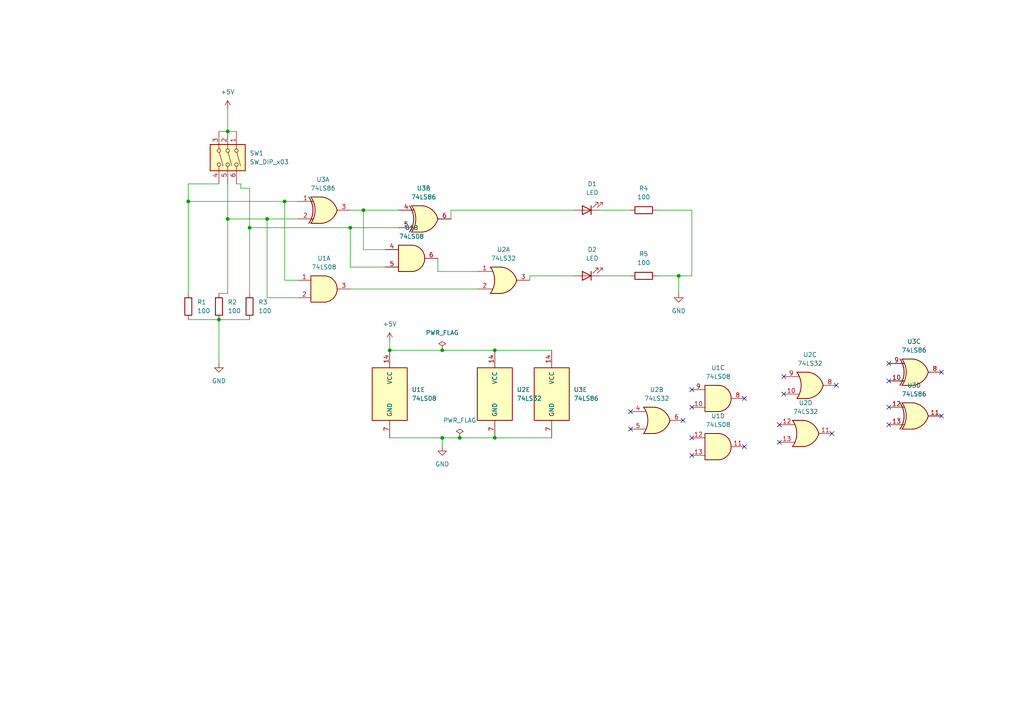
<source format=kicad_sch>
(kicad_sch (version 20250114) (generator "eeschema") (generator_version "9.0")
  (paper "A4")
  (lib_symbols
    (symbol "74xx:74LS08" (pin_names (offset 1.016))
      (property "Reference" "U" (at 0 1.27 0))
      (property "Value" "74LS08" (at 0 -1.27 0))
      (symbol "74LS08_1_1"
        (arc (start 0 3.81) (mid 3.7934 0) (end 0 -3.81) (stroke (width 0.254)) (fill (type background)))
        (polyline (pts (xy 0 3.81) (xy -3.81 3.81) (xy -3.81 -3.81) (xy 0 -3.81)) (stroke (width 0.254)) (fill (type background)))
        (pin input line (at -7.62 2.54 0) (length 3.81) (name "~") (number "1"))
        (pin input line (at -7.62 -2.54 0) (length 3.81) (name "~") (number "2"))
        (pin output line (at 7.62 0 180) (length 3.81) (name "~") (number "3"))
      )
      (symbol "74LS08_1_2"
        (arc (start -3.81 3.81) (mid -2.589 0) (end -3.81 -3.81) (stroke (width 0.254)))
        (polyline (pts (xy -3.81 3.81) (xy -0.635 3.81)) (stroke (width 0.254)) (fill (type background)))
        (polyline (pts (xy -3.81 -3.81) (xy -0.635 -3.81)) (stroke (width 0.254)) (fill (type background)))
        (arc (start 3.81 0) (mid 2.1855 -2.584) (end -0.6096 -3.81) (stroke (width 0.254)) (fill (type background)))
        (arc (start -0.6096 3.81) (mid 2.1928 2.5924) (end 3.81 0) (stroke (width 0.254)) (fill (type background)))
        (polyline (pts (xy -0.635 3.81) (xy -3.81 3.81) (xy -3.81 3.81) (xy -3.556 3.4036) (xy -3.0226 2.2606) (xy -2.6924 1.0414) (xy -2.6162 -0.254) (xy -2.7686 -1.4986) (xy -3.175 -2.7178) (xy -3.81 -3.81) (xy -3.81 -3.81) (xy -0.635 -3.81)) (stroke (width -25.4)) (fill (type background)))
        (pin input inverted (at -7.62 2.54 0) (length 4.318) (name "~") (number "1"))
        (pin input inverted (at -7.62 -2.54 0) (length 4.318) (name "~") (number "2"))
        (pin output inverted (at 7.62 0 180) (length 3.81) (name "~") (number "3"))
      )
      (symbol "74LS08_2_1"
        (arc (start 0 3.81) (mid 3.7934 0) (end 0 -3.81) (stroke (width 0.254)) (fill (type background)))
        (polyline (pts (xy 0 3.81) (xy -3.81 3.81) (xy -3.81 -3.81) (xy 0 -3.81)) (stroke (width 0.254)) (fill (type background)))
        (pin input line (at -7.62 2.54 0) (length 3.81) (name "~") (number "4"))
        (pin input line (at -7.62 -2.54 0) (length 3.81) (name "~") (number "5"))
        (pin output line (at 7.62 0 180) (length 3.81) (name "~") (number "6"))
      )
      (symbol "74LS08_2_2"
        (arc (start -3.81 3.81) (mid -2.589 0) (end -3.81 -3.81) (stroke (width 0.254)))
        (polyline (pts (xy -3.81 3.81) (xy -0.635 3.81)) (stroke (width 0.254)) (fill (type background)))
        (polyline (pts (xy -3.81 -3.81) (xy -0.635 -3.81)) (stroke (width 0.254)) (fill (type background)))
        (arc (start 3.81 0) (mid 2.1855 -2.584) (end -0.6096 -3.81) (stroke (width 0.254)) (fill (type background)))
        (arc (start -0.6096 3.81) (mid 2.1928 2.5924) (end 3.81 0) (stroke (width 0.254)) (fill (type background)))
        (polyline (pts (xy -0.635 3.81) (xy -3.81 3.81) (xy -3.81 3.81) (xy -3.556 3.4036) (xy -3.0226 2.2606) (xy -2.6924 1.0414) (xy -2.6162 -0.254) (xy -2.7686 -1.4986) (xy -3.175 -2.7178) (xy -3.81 -3.81) (xy -3.81 -3.81) (xy -0.635 -3.81)) (stroke (width -25.4)) (fill (type background)))
        (pin input inverted (at -7.62 2.54 0) (length 4.318) (name "~") (number "4"))
        (pin input inverted (at -7.62 -2.54 0) (length 4.318) (name "~") (number "5"))
        (pin output inverted (at 7.62 0 180) (length 3.81) (name "~") (number "6"))
      )
      (symbol "74LS08_3_1"
        (arc (start 0 3.81) (mid 3.7934 0) (end 0 -3.81) (stroke (width 0.254)) (fill (type background)))
        (polyline (pts (xy 0 3.81) (xy -3.81 3.81) (xy -3.81 -3.81) (xy 0 -3.81)) (stroke (width 0.254)) (fill (type background)))
        (pin input line (at -7.62 2.54 0) (length 3.81) (name "~") (number "9"))
        (pin input line (at -7.62 -2.54 0) (length 3.81) (name "~") (number "10"))
        (pin output line (at 7.62 0 180) (length 3.81) (name "~") (number "8"))
      )
      (symbol "74LS08_3_2"
        (arc (start -3.81 3.81) (mid -2.589 0) (end -3.81 -3.81) (stroke (width 0.254)))
        (polyline (pts (xy -3.81 3.81) (xy -0.635 3.81)) (stroke (width 0.254)) (fill (type background)))
        (polyline (pts (xy -3.81 -3.81) (xy -0.635 -3.81)) (stroke (width 0.254)) (fill (type background)))
        (arc (start 3.81 0) (mid 2.1855 -2.584) (end -0.6096 -3.81) (stroke (width 0.254)) (fill (type background)))
        (arc (start -0.6096 3.81) (mid 2.1928 2.5924) (end 3.81 0) (stroke (width 0.254)) (fill (type background)))
        (polyline (pts (xy -0.635 3.81) (xy -3.81 3.81) (xy -3.81 3.81) (xy -3.556 3.4036) (xy -3.0226 2.2606) (xy -2.6924 1.0414) (xy -2.6162 -0.254) (xy -2.7686 -1.4986) (xy -3.175 -2.7178) (xy -3.81 -3.81) (xy -3.81 -3.81) (xy -0.635 -3.81)) (stroke (width -25.4)) (fill (type background)))
        (pin input inverted (at -7.62 2.54 0) (length 4.318) (name "~") (number "9"))
        (pin input inverted (at -7.62 -2.54 0) (length 4.318) (name "~") (number "10"))
        (pin output inverted (at 7.62 0 180) (length 3.81) (name "~") (number "8"))
      )
      (symbol "74LS08_4_1"
        (arc (start 0 3.81) (mid 3.7934 0) (end 0 -3.81) (stroke (width 0.254)) (fill (type background)))
        (polyline (pts (xy 0 3.81) (xy -3.81 3.81) (xy -3.81 -3.81) (xy 0 -3.81)) (stroke (width 0.254)) (fill (type background)))
        (pin input line (at -7.62 2.54 0) (length 3.81) (name "~") (number "12"))
        (pin input line (at -7.62 -2.54 0) (length 3.81) (name "~") (number "13"))
        (pin output line (at 7.62 0 180) (length 3.81) (name "~") (number "11"))
      )
      (symbol "74LS08_4_2"
        (arc (start -3.81 3.81) (mid -2.589 0) (end -3.81 -3.81) (stroke (width 0.254)))
        (polyline (pts (xy -3.81 3.81) (xy -0.635 3.81)) (stroke (width 0.254)) (fill (type background)))
        (polyline (pts (xy -3.81 -3.81) (xy -0.635 -3.81)) (stroke (width 0.254)) (fill (type background)))
        (arc (start 3.81 0) (mid 2.1855 -2.584) (end -0.6096 -3.81) (stroke (width 0.254)) (fill (type background)))
        (arc (start -0.6096 3.81) (mid 2.1928 2.5924) (end 3.81 0) (stroke (width 0.254)) (fill (type background)))
        (polyline (pts (xy -0.635 3.81) (xy -3.81 3.81) (xy -3.81 3.81) (xy -3.556 3.4036) (xy -3.0226 2.2606) (xy -2.6924 1.0414) (xy -2.6162 -0.254) (xy -2.7686 -1.4986) (xy -3.175 -2.7178) (xy -3.81 -3.81) (xy -3.81 -3.81) (xy -0.635 -3.81)) (stroke (width -25.4)) (fill (type background)))
        (pin input inverted (at -7.62 2.54 0) (length 4.318) (name "~") (number "12"))
        (pin input inverted (at -7.62 -2.54 0) (length 4.318) (name "~") (number "13"))
        (pin output inverted (at 7.62 0 180) (length 3.81) (name "~") (number "11"))
      )
      (symbol "74LS08_5_0"
        (pin power_in line (at 0 12.7 270) (length 5.08) (name "VCC") (number "14"))
        (pin power_in line (at 0 -12.7 90) (length 5.08) (name "GND") (number "7"))
      )
      (symbol "74LS08_5_1"
        (rectangle (start -5.08 7.62) (end 5.08 -7.62) (stroke (width 0.254)) (fill (type background)))
      )
    )
    (symbol "74xx:74LS32" (pin_names (offset 1.016))
      (property "Reference" "U" (at 0 1.27 0))
      (property "Value" "74LS32" (at 0 -1.27 0))
      (symbol "74LS32_1_1"
        (arc (start -3.81 3.81) (mid -2.589 0) (end -3.81 -3.81) (stroke (width 0.254)))
        (polyline (pts (xy -3.81 3.81) (xy -0.635 3.81)) (stroke (width 0.254)) (fill (type background)))
        (polyline (pts (xy -3.81 -3.81) (xy -0.635 -3.81)) (stroke (width 0.254)) (fill (type background)))
        (arc (start 3.81 0) (mid 2.1855 -2.584) (end -0.6096 -3.81) (stroke (width 0.254)) (fill (type background)))
        (arc (start -0.6096 3.81) (mid 2.1928 2.5924) (end 3.81 0) (stroke (width 0.254)) (fill (type background)))
        (polyline (pts (xy -0.635 3.81) (xy -3.81 3.81) (xy -3.81 3.81) (xy -3.556 3.4036) (xy -3.0226 2.2606) (xy -2.6924 1.0414) (xy -2.6162 -0.254) (xy -2.7686 -1.4986) (xy -3.175 -2.7178) (xy -3.81 -3.81) (xy -3.81 -3.81) (xy -0.635 -3.81)) (stroke (width -25.4)) (fill (type background)))
        (pin input line (at -7.62 2.54 0) (length 4.318) (name "~") (number "1"))
        (pin input line (at -7.62 -2.54 0) (length 4.318) (name "~") (number "2"))
        (pin output line (at 7.62 0 180) (length 3.81) (name "~") (number "3"))
      )
      (symbol "74LS32_1_2"
        (arc (start 0 3.81) (mid 3.7934 0) (end 0 -3.81) (stroke (width 0.254)) (fill (type background)))
        (polyline (pts (xy 0 3.81) (xy -3.81 3.81) (xy -3.81 -3.81) (xy 0 -3.81)) (stroke (width 0.254)) (fill (type background)))
        (pin input inverted (at -7.62 2.54 0) (length 3.81) (name "~") (number "1"))
        (pin input inverted (at -7.62 -2.54 0) (length 3.81) (name "~") (number "2"))
        (pin output inverted (at 7.62 0 180) (length 3.81) (name "~") (number "3"))
      )
      (symbol "74LS32_2_1"
        (arc (start -3.81 3.81) (mid -2.589 0) (end -3.81 -3.81) (stroke (width 0.254)))
        (polyline (pts (xy -3.81 3.81) (xy -0.635 3.81)) (stroke (width 0.254)) (fill (type background)))
        (polyline (pts (xy -3.81 -3.81) (xy -0.635 -3.81)) (stroke (width 0.254)) (fill (type background)))
        (arc (start 3.81 0) (mid 2.1855 -2.584) (end -0.6096 -3.81) (stroke (width 0.254)) (fill (type background)))
        (arc (start -0.6096 3.81) (mid 2.1928 2.5924) (end 3.81 0) (stroke (width 0.254)) (fill (type background)))
        (polyline (pts (xy -0.635 3.81) (xy -3.81 3.81) (xy -3.81 3.81) (xy -3.556 3.4036) (xy -3.0226 2.2606) (xy -2.6924 1.0414) (xy -2.6162 -0.254) (xy -2.7686 -1.4986) (xy -3.175 -2.7178) (xy -3.81 -3.81) (xy -3.81 -3.81) (xy -0.635 -3.81)) (stroke (width -25.4)) (fill (type background)))
        (pin input line (at -7.62 2.54 0) (length 4.318) (name "~") (number "4"))
        (pin input line (at -7.62 -2.54 0) (length 4.318) (name "~") (number "5"))
        (pin output line (at 7.62 0 180) (length 3.81) (name "~") (number "6"))
      )
      (symbol "74LS32_2_2"
        (arc (start 0 3.81) (mid 3.7934 0) (end 0 -3.81) (stroke (width 0.254)) (fill (type background)))
        (polyline (pts (xy 0 3.81) (xy -3.81 3.81) (xy -3.81 -3.81) (xy 0 -3.81)) (stroke (width 0.254)) (fill (type background)))
        (pin input inverted (at -7.62 2.54 0) (length 3.81) (name "~") (number "4"))
        (pin input inverted (at -7.62 -2.54 0) (length 3.81) (name "~") (number "5"))
        (pin output inverted (at 7.62 0 180) (length 3.81) (name "~") (number "6"))
      )
      (symbol "74LS32_3_1"
        (arc (start -3.81 3.81) (mid -2.589 0) (end -3.81 -3.81) (stroke (width 0.254)))
        (polyline (pts (xy -3.81 3.81) (xy -0.635 3.81)) (stroke (width 0.254)) (fill (type background)))
        (polyline (pts (xy -3.81 -3.81) (xy -0.635 -3.81)) (stroke (width 0.254)) (fill (type background)))
        (arc (start 3.81 0) (mid 2.1855 -2.584) (end -0.6096 -3.81) (stroke (width 0.254)) (fill (type background)))
        (arc (start -0.6096 3.81) (mid 2.1928 2.5924) (end 3.81 0) (stroke (width 0.254)) (fill (type background)))
        (polyline (pts (xy -0.635 3.81) (xy -3.81 3.81) (xy -3.81 3.81) (xy -3.556 3.4036) (xy -3.0226 2.2606) (xy -2.6924 1.0414) (xy -2.6162 -0.254) (xy -2.7686 -1.4986) (xy -3.175 -2.7178) (xy -3.81 -3.81) (xy -3.81 -3.81) (xy -0.635 -3.81)) (stroke (width -25.4)) (fill (type background)))
        (pin input line (at -7.62 2.54 0) (length 4.318) (name "~") (number "9"))
        (pin input line (at -7.62 -2.54 0) (length 4.318) (name "~") (number "10"))
        (pin output line (at 7.62 0 180) (length 3.81) (name "~") (number "8"))
      )
      (symbol "74LS32_3_2"
        (arc (start 0 3.81) (mid 3.7934 0) (end 0 -3.81) (stroke (width 0.254)) (fill (type background)))
        (polyline (pts (xy 0 3.81) (xy -3.81 3.81) (xy -3.81 -3.81) (xy 0 -3.81)) (stroke (width 0.254)) (fill (type background)))
        (pin input inverted (at -7.62 2.54 0) (length 3.81) (name "~") (number "9"))
        (pin input inverted (at -7.62 -2.54 0) (length 3.81) (name "~") (number "10"))
        (pin output inverted (at 7.62 0 180) (length 3.81) (name "~") (number "8"))
      )
      (symbol "74LS32_4_1"
        (arc (start -3.81 3.81) (mid -2.589 0) (end -3.81 -3.81) (stroke (width 0.254)))
        (polyline (pts (xy -3.81 3.81) (xy -0.635 3.81)) (stroke (width 0.254)) (fill (type background)))
        (polyline (pts (xy -3.81 -3.81) (xy -0.635 -3.81)) (stroke (width 0.254)) (fill (type background)))
        (arc (start 3.81 0) (mid 2.1855 -2.584) (end -0.6096 -3.81) (stroke (width 0.254)) (fill (type background)))
        (arc (start -0.6096 3.81) (mid 2.1928 2.5924) (end 3.81 0) (stroke (width 0.254)) (fill (type background)))
        (polyline (pts (xy -0.635 3.81) (xy -3.81 3.81) (xy -3.81 3.81) (xy -3.556 3.4036) (xy -3.0226 2.2606) (xy -2.6924 1.0414) (xy -2.6162 -0.254) (xy -2.7686 -1.4986) (xy -3.175 -2.7178) (xy -3.81 -3.81) (xy -3.81 -3.81) (xy -0.635 -3.81)) (stroke (width -25.4)) (fill (type background)))
        (pin input line (at -7.62 2.54 0) (length 4.318) (name "~") (number "12"))
        (pin input line (at -7.62 -2.54 0) (length 4.318) (name "~") (number "13"))
        (pin output line (at 7.62 0 180) (length 3.81) (name "~") (number "11"))
      )
      (symbol "74LS32_4_2"
        (arc (start 0 3.81) (mid 3.7934 0) (end 0 -3.81) (stroke (width 0.254)) (fill (type background)))
        (polyline (pts (xy 0 3.81) (xy -3.81 3.81) (xy -3.81 -3.81) (xy 0 -3.81)) (stroke (width 0.254)) (fill (type background)))
        (pin input inverted (at -7.62 2.54 0) (length 3.81) (name "~") (number "12"))
        (pin input inverted (at -7.62 -2.54 0) (length 3.81) (name "~") (number "13"))
        (pin output inverted (at 7.62 0 180) (length 3.81) (name "~") (number "11"))
      )
      (symbol "74LS32_5_0"
        (pin power_in line (at 0 12.7 270) (length 5.08) (name "VCC") (number "14"))
        (pin power_in line (at 0 -12.7 90) (length 5.08) (name "GND") (number "7"))
      )
      (symbol "74LS32_5_1"
        (rectangle (start -5.08 7.62) (end 5.08 -7.62) (stroke (width 0.254)) (fill (type background)))
      )
    )
    (symbol "74xx:74LS86" (pin_names (offset 1.016))
      (property "Reference" "U" (at 0 1.27 0))
      (property "Value" "74LS86" (at 0 -1.27 0))
      (symbol "74LS86_1_0"
        (arc (start -4.4196 3.81) (mid -3.2033 0) (end -4.4196 -3.81) (stroke (width 0.254)))
        (arc (start -3.81 3.81) (mid -2.589 0) (end -3.81 -3.81) (stroke (width 0.254)))
        (polyline (pts (xy -3.81 3.81) (xy -0.635 3.81)) (stroke (width 0.254)) (fill (type background)))
        (polyline (pts (xy -3.81 -3.81) (xy -0.635 -3.81)) (stroke (width 0.254)) (fill (type background)))
        (arc (start 3.81 0) (mid 2.1855 -2.584) (end -0.6096 -3.81) (stroke (width 0.254)) (fill (type background)))
        (arc (start -0.6096 3.81) (mid 2.1928 2.5924) (end 3.81 0) (stroke (width 0.254)) (fill (type background)))
        (polyline (pts (xy -0.635 3.81) (xy -3.81 3.81) (xy -3.81 3.81) (xy -3.556 3.4036) (xy -3.0226 2.2606) (xy -2.6924 1.0414) (xy -2.6162 -0.254) (xy -2.7686 -1.4986) (xy -3.175 -2.7178) (xy -3.81 -3.81) (xy -3.81 -3.81) (xy -0.635 -3.81)) (stroke (width -25.4)) (fill (type background)))
        (pin input line (at -7.62 2.54 0) (length 4.445) (name "~") (number "1"))
        (pin input line (at -7.62 -2.54 0) (length 4.445) (name "~") (number "2"))
        (pin output line (at 7.62 0 180) (length 3.81) (name "~") (number "3"))
      )
      (symbol "74LS86_1_1"
        (polyline (pts (xy -3.81 2.54) (xy -3.175 2.54)) (stroke (width 0.1524)))
        (polyline (pts (xy -3.81 -2.54) (xy -3.175 -2.54)) (stroke (width 0.1524)))
      )
      (symbol "74LS86_2_0"
        (arc (start -4.4196 3.81) (mid -3.2033 0) (end -4.4196 -3.81) (stroke (width 0.254)))
        (arc (start -3.81 3.81) (mid -2.589 0) (end -3.81 -3.81) (stroke (width 0.254)))
        (polyline (pts (xy -3.81 3.81) (xy -0.635 3.81)) (stroke (width 0.254)) (fill (type background)))
        (polyline (pts (xy -3.81 -3.81) (xy -0.635 -3.81)) (stroke (width 0.254)) (fill (type background)))
        (arc (start 3.81 0) (mid 2.1855 -2.584) (end -0.6096 -3.81) (stroke (width 0.254)) (fill (type background)))
        (arc (start -0.6096 3.81) (mid 2.1928 2.5924) (end 3.81 0) (stroke (width 0.254)) (fill (type background)))
        (polyline (pts (xy -0.635 3.81) (xy -3.81 3.81) (xy -3.81 3.81) (xy -3.556 3.4036) (xy -3.0226 2.2606) (xy -2.6924 1.0414) (xy -2.6162 -0.254) (xy -2.7686 -1.4986) (xy -3.175 -2.7178) (xy -3.81 -3.81) (xy -3.81 -3.81) (xy -0.635 -3.81)) (stroke (width -25.4)) (fill (type background)))
        (pin input line (at -7.62 2.54 0) (length 4.445) (name "~") (number "4"))
        (pin input line (at -7.62 -2.54 0) (length 4.445) (name "~") (number "5"))
        (pin output line (at 7.62 0 180) (length 3.81) (name "~") (number "6"))
      )
      (symbol "74LS86_2_1"
        (polyline (pts (xy -3.81 2.54) (xy -3.175 2.54)) (stroke (width 0.1524)))
        (polyline (pts (xy -3.81 -2.54) (xy -3.175 -2.54)) (stroke (width 0.1524)))
      )
      (symbol "74LS86_3_0"
        (arc (start -4.4196 3.81) (mid -3.2033 0) (end -4.4196 -3.81) (stroke (width 0.254)))
        (arc (start -3.81 3.81) (mid -2.589 0) (end -3.81 -3.81) (stroke (width 0.254)))
        (polyline (pts (xy -3.81 3.81) (xy -0.635 3.81)) (stroke (width 0.254)) (fill (type background)))
        (polyline (pts (xy -3.81 -3.81) (xy -0.635 -3.81)) (stroke (width 0.254)) (fill (type background)))
        (arc (start 3.81 0) (mid 2.1855 -2.584) (end -0.6096 -3.81) (stroke (width 0.254)) (fill (type background)))
        (arc (start -0.6096 3.81) (mid 2.1928 2.5924) (end 3.81 0) (stroke (width 0.254)) (fill (type background)))
        (polyline (pts (xy -0.635 3.81) (xy -3.81 3.81) (xy -3.81 3.81) (xy -3.556 3.4036) (xy -3.0226 2.2606) (xy -2.6924 1.0414) (xy -2.6162 -0.254) (xy -2.7686 -1.4986) (xy -3.175 -2.7178) (xy -3.81 -3.81) (xy -3.81 -3.81) (xy -0.635 -3.81)) (stroke (width -25.4)) (fill (type background)))
        (pin input line (at -7.62 2.54 0) (length 4.445) (name "~") (number "9"))
        (pin input line (at -7.62 -2.54 0) (length 4.445) (name "~") (number "10"))
        (pin output line (at 7.62 0 180) (length 3.81) (name "~") (number "8"))
      )
      (symbol "74LS86_3_1"
        (polyline (pts (xy -3.81 2.54) (xy -3.175 2.54)) (stroke (width 0.1524)))
        (polyline (pts (xy -3.81 -2.54) (xy -3.175 -2.54)) (stroke (width 0.1524)))
      )
      (symbol "74LS86_4_0"
        (arc (start -4.4196 3.81) (mid -3.2033 0) (end -4.4196 -3.81) (stroke (width 0.254)))
        (arc (start -3.81 3.81) (mid -2.589 0) (end -3.81 -3.81) (stroke (width 0.254)))
        (polyline (pts (xy -3.81 3.81) (xy -0.635 3.81)) (stroke (width 0.254)) (fill (type background)))
        (polyline (pts (xy -3.81 -3.81) (xy -0.635 -3.81)) (stroke (width 0.254)) (fill (type background)))
        (arc (start 3.81 0) (mid 2.1855 -2.584) (end -0.6096 -3.81) (stroke (width 0.254)) (fill (type background)))
        (arc (start -0.6096 3.81) (mid 2.1928 2.5924) (end 3.81 0) (stroke (width 0.254)) (fill (type background)))
        (polyline (pts (xy -0.635 3.81) (xy -3.81 3.81) (xy -3.81 3.81) (xy -3.556 3.4036) (xy -3.0226 2.2606) (xy -2.6924 1.0414) (xy -2.6162 -0.254) (xy -2.7686 -1.4986) (xy -3.175 -2.7178) (xy -3.81 -3.81) (xy -3.81 -3.81) (xy -0.635 -3.81)) (stroke (width -25.4)) (fill (type background)))
        (pin input line (at -7.62 2.54 0) (length 4.445) (name "~") (number "12"))
        (pin input line (at -7.62 -2.54 0) (length 4.445) (name "~") (number "13"))
        (pin output line (at 7.62 0 180) (length 3.81) (name "~") (number "11"))
      )
      (symbol "74LS86_4_1"
        (polyline (pts (xy -3.81 2.54) (xy -3.175 2.54)) (stroke (width 0.1524)))
        (polyline (pts (xy -3.81 -2.54) (xy -3.175 -2.54)) (stroke (width 0.1524)))
      )
      (symbol "74LS86_5_0"
        (pin power_in line (at 0 12.7 270) (length 5.08) (name "VCC") (number "14"))
        (pin power_in line (at 0 -12.7 90) (length 5.08) (name "GND") (number "7"))
      )
      (symbol "74LS86_5_1"
        (rectangle (start -5.08 7.62) (end 5.08 -7.62) (stroke (width 0.254)) (fill (type background)))
      )
    )
    (symbol "Device:LED" (pin_numbers (hide yes)) (pin_names (offset 1.016) (hide yes))
      (property "Reference" "D" (at 0 2.54 0))
      (property "Value" "LED" (at 0 -2.54 0))
      (symbol "LED_0_1"
        (polyline (pts (xy -3.048 -0.762) (xy -4.572 -2.286) (xy -3.81 -2.286) (xy -4.572 -2.286) (xy -4.572 -1.524)))
        (polyline (pts (xy -1.778 -0.762) (xy -3.302 -2.286) (xy -2.54 -2.286) (xy -3.302 -2.286) (xy -3.302 -1.524)))
        (polyline (pts (xy -1.27 0) (xy 1.27 0)))
        (polyline (pts (xy -1.27 -1.27) (xy -1.27 1.27)) (stroke (width 0.254)))
        (polyline (pts (xy 1.27 -1.27) (xy 1.27 1.27) (xy -1.27 0) (xy 1.27 -1.27)) (stroke (width 0.254)))
      )
      (symbol "LED_1_1"
        (pin passive line (at -3.81 0 0) (length 2.54) (name "K") (number "1"))
        (pin passive line (at 3.81 0 180) (length 2.54) (name "A") (number "2"))
      )
    )
    (symbol "Device:R" (pin_numbers (hide yes)) (pin_names (offset 0))
      (property "Reference" "R" (at 2.032 0 90))
      (property "Value" "R" (at 0 0 90))
      (symbol "R_0_1"
        (rectangle (start -1.016 -2.54) (end 1.016 2.54) (stroke (width 0.254)))
      )
      (symbol "R_1_1"
        (pin passive line (at 0 3.81 270) (length 1.27) (name "~") (number "1"))
        (pin passive line (at 0 -3.81 90) (length 1.27) (name "~") (number "2"))
      )
    )
    (symbol "Switch:SW_DIP_x03" (pin_names (offset 0) (hide yes))
      (property "Reference" "SW" (at 0 6.35 0))
      (property "Value" "SW_DIP_x03" (at 0 -6.35 0))
      (symbol "SW_DIP_x03_0_0"
        (circle (center -2.032 2.54) (radius 0.508))
        (circle (center -2.032 0) (radius 0.508))
        (circle (center -2.032 -2.54) (radius 0.508))
        (polyline (pts (xy -1.524 2.667) (xy 2.3622 3.7084)))
        (polyline (pts (xy -1.524 0.127) (xy 2.3622 1.1684)))
        (polyline (pts (xy -1.524 -2.413) (xy 2.3622 -1.3716)))
        (circle (center 2.032 2.54) (radius 0.508))
        (circle (center 2.032 0) (radius 0.508))
        (circle (center 2.032 -2.54) (radius 0.508))
      )
      (symbol "SW_DIP_x03_0_1"
        (rectangle (start -3.81 5.08) (end 3.81 -5.08) (stroke (width 0.254)) (fill (type background)))
      )
      (symbol "SW_DIP_x03_1_1"
        (pin passive line (at -7.62 2.54 0) (length 5.08) (name "~") (number "1"))
        (pin passive line (at -7.62 0 0) (length 5.08) (name "~") (number "2"))
        (pin passive line (at -7.62 -2.54 0) (length 5.08) (name "~") (number "3"))
        (pin passive line (at 7.62 2.54 180) (length 5.08) (name "~") (number "6"))
        (pin passive line (at 7.62 0 180) (length 5.08) (name "~") (number "5"))
        (pin passive line (at 7.62 -2.54 180) (length 5.08) (name "~") (number "4"))
      )
    )
    (symbol "power:+5V" (power) (pin_numbers (hide yes)) (pin_names (offset 0) (hide yes))
      (property "Value" "+5V" (at 0 3.556 0))
      (symbol "+5V_0_1"
        (polyline (pts (xy -0.762 1.27) (xy 0 2.54)))
        (polyline (pts (xy 0 2.54) (xy 0.762 1.27)))
        (polyline (pts (xy 0 0) (xy 0 2.54)))
      )
      (symbol "+5V_1_1"
        (pin power_in line (at 0 0 90) (length 0) (name "~") (number "1"))
      )
    )
    (symbol "power:GND" (power) (pin_numbers (hide yes)) (pin_names (offset 0) (hide yes))
      (property "Value" "GND" (at 0 -3.81 0))
      (symbol "GND_0_1"
        (polyline (pts (xy 0 0) (xy 0 -1.27) (xy 1.27 -1.27) (xy 0 -2.54) (xy -1.27 -1.27) (xy 0 -1.27)))
      )
      (symbol "GND_1_1"
        (pin power_in line (at 0 0 270) (length 0) (name "~") (number "1"))
      )
    )
    (symbol "power:PWR_FLAG" (power) (pin_numbers (hide yes)) (pin_names (offset 0) (hide yes))
      (property "Value" "PWR_FLAG" (at 0 3.81 0))
      (symbol "PWR_FLAG_0_0"
        (pin power_out line (at 0 0 90) (length 0) (name "~") (number "1"))
      )
      (symbol "PWR_FLAG_0_1"
        (polyline (pts (xy 0 0) (xy 0 1.27) (xy -1.016 1.905) (xy 0 2.54) (xy 1.016 1.905) (xy 0 1.27)))
      )
    )
  )
  (junction (at 63.5 92.71))
  (junction (at 66.04 63.5))
  (junction (at 54.61 58.42))
  (junction (at 128.27 101.6))
  (junction (at 196.85 80.01))
  (junction (at 66.04 38.1))
  (junction (at 72.39 66.04))
  (junction (at 113.03 101.6))
  (junction (at 77.47 63.5))
  (junction (at 128.27 127))
  (junction (at 133.35 127))
  (junction (at 105.41 60.96))
  (junction (at 101.6 66.04))
  (junction (at 143.51 101.6))
  (junction (at 143.51 127))
  (junction (at 82.55 58.42))
  (no_connect (at 215.9 115.57))
  (no_connect (at 273.05 120.65))
  (no_connect (at 227.33 109.22))
  (no_connect (at 227.33 114.3))
  (no_connect (at 273.05 107.95))
  (no_connect (at 226.06 123.19))
  (no_connect (at 257.81 105.41))
  (no_connect (at 200.66 113.03))
  (no_connect (at 226.06 128.27))
  (no_connect (at 215.9 129.54))
  (no_connect (at 200.66 132.08))
  (no_connect (at 200.66 127))
  (no_connect (at 257.81 123.19))
  (no_connect (at 198.12 121.92))
  (no_connect (at 182.88 124.46))
  (no_connect (at 241.3 125.73))
  (no_connect (at 182.88 119.38))
  (no_connect (at 200.66 118.11))
  (no_connect (at 257.81 118.11))
  (no_connect (at 242.57 111.76))
  (no_connect (at 257.81 110.49))
  (wire (pts (xy 128.27 127) (xy 133.35 127)))
  (wire (pts (xy 63.5 92.71) (xy 72.39 92.71)))
  (wire (pts (xy 200.66 60.96) (xy 200.66 80.01)))
  (wire (pts (xy 128.27 127) (xy 128.27 129.54)))
  (wire (pts (xy 101.6 83.82) (xy 138.43 83.82)))
  (wire (pts (xy 190.5 60.96) (xy 200.66 60.96)))
  (wire (pts (xy 196.85 80.01) (xy 196.85 85.09)))
  (wire (pts (xy 63.5 53.34) (xy 54.61 53.34)))
  (wire (pts (xy 77.47 63.5) (xy 77.47 86.36)))
  (wire (pts (xy 54.61 58.42) (xy 82.55 58.42)))
  (wire (pts (xy 113.03 127) (xy 128.27 127)))
  (wire (pts (xy 101.6 60.96) (xy 105.41 60.96)))
  (wire (pts (xy 66.04 63.5) (xy 66.04 85.09)))
  (wire (pts (xy 69.85 54.61) (xy 69.85 53.34)))
  (wire (pts (xy 130.81 60.96) (xy 130.81 63.5)))
  (wire (pts (xy 166.37 60.96) (xy 130.81 60.96)))
  (wire (pts (xy 66.04 53.34) (xy 66.04 63.5)))
  (wire (pts (xy 72.39 66.04) (xy 72.39 54.61)))
  (wire (pts (xy 63.5 38.1) (xy 66.04 38.1)))
  (wire (pts (xy 196.85 80.01) (xy 190.5 80.01)))
  (wire (pts (xy 66.04 38.1) (xy 68.58 38.1)))
  (wire (pts (xy 72.39 54.61) (xy 69.85 54.61)))
  (wire (pts (xy 86.36 86.36) (xy 77.47 86.36)))
  (wire (pts (xy 54.61 92.71) (xy 63.5 92.71)))
  (wire (pts (xy 133.35 127) (xy 143.51 127)))
  (wire (pts (xy 105.41 72.39) (xy 111.76 72.39)))
  (wire (pts (xy 111.76 77.47) (xy 101.6 77.47)))
  (wire (pts (xy 77.47 63.5) (xy 86.36 63.5)))
  (wire (pts (xy 82.55 58.42) (xy 86.36 58.42)))
  (wire (pts (xy 105.41 60.96) (xy 115.57 60.96)))
  (wire (pts (xy 54.61 58.42) (xy 54.61 85.09)))
  (wire (pts (xy 72.39 85.09) (xy 72.39 66.04)))
  (wire (pts (xy 63.5 92.71) (xy 63.5 105.41)))
  (wire (pts (xy 138.43 78.74) (xy 127 78.74)))
  (wire (pts (xy 113.03 101.6) (xy 128.27 101.6)))
  (wire (pts (xy 127 78.74) (xy 127 74.93)))
  (wire (pts (xy 86.36 81.28) (xy 82.55 81.28)))
  (wire (pts (xy 66.04 63.5) (xy 77.47 63.5)))
  (wire (pts (xy 113.03 99.06) (xy 113.03 101.6)))
  (wire (pts (xy 105.41 60.96) (xy 105.41 72.39)))
  (wire (pts (xy 82.55 81.28) (xy 82.55 58.42)))
  (wire (pts (xy 160.02 127) (xy 143.51 127)))
  (wire (pts (xy 66.04 85.09) (xy 63.5 85.09)))
  (wire (pts (xy 66.04 31.75) (xy 66.04 38.1)))
  (wire (pts (xy 54.61 53.34) (xy 54.61 58.42)))
  (wire (pts (xy 166.37 80.01) (xy 153.67 80.01)))
  (wire (pts (xy 72.39 66.04) (xy 101.6 66.04)))
  (wire (pts (xy 128.27 101.6) (xy 143.51 101.6)))
  (wire (pts (xy 101.6 66.04) (xy 115.57 66.04)))
  (wire (pts (xy 173.99 80.01) (xy 182.88 80.01)))
  (wire (pts (xy 173.99 60.96) (xy 182.88 60.96)))
  (wire (pts (xy 143.51 101.6) (xy 160.02 101.6)))
  (wire (pts (xy 153.67 80.01) (xy 153.67 81.28)))
  (wire (pts (xy 200.66 80.01) (xy 196.85 80.01)))
  (wire (pts (xy 101.6 77.47) (xy 101.6 66.04)))
  (wire (pts (xy 69.85 53.34) (xy 68.58 53.34)))
  (symbol (lib_id "Device:R") (at 186.69 60.96 90) (unit 1)
    (property "Reference" "R4" (at 186.69 54.61 90))
    (property "Value" "100" (at 186.69 57.15 90))
    (property "Footprint" "Resistor_THT:R_Axial_DIN0207_L6.3mm_D2.5mm_P7.62mm_Horizontal" (effects (hide yes)))
    (property "Description" "Resistor" (effects (hide yes)))
  )
  (symbol (lib_id "Device:R") (at 186.69 80.01 90) (unit 1)
    (property "Reference" "R5" (at 186.69 73.66 90))
    (property "Value" "100" (at 186.69 76.2 90))
    (property "Footprint" "Resistor_THT:R_Axial_DIN0207_L6.3mm_D2.5mm_P7.62mm_Horizontal" (effects (hide yes)))
    (property "Description" "Resistor" (effects (hide yes)))
  )
  (symbol (lib_id "74xx:74LS86") (at 160.02 114.3 0) (unit 5)
    (property "Reference" "U3" (at 166.37 113.0299 0) (effects (justify left)))
    (property "Value" "74LS86" (at 166.37 115.5699 0) (effects (justify left)))
    (property "Footprint" "Package_DIP:DIP-14_W7.62mm" (effects (hide yes)))
    (property "Datasheet" "74xx/74ls86.pdf" (effects (hide yes)))
    (property "Description" "Quad 2-input XOR" (effects (hide yes)))
  )
  (symbol (lib_id "Device:R") (at 72.39 88.9 0) (unit 1)
    (property "Reference" "R3" (at 74.93 87.6299 0) (effects (justify left)))
    (property "Value" "100" (at 74.93 90.1699 0) (effects (justify left)))
    (property "Footprint" "Resistor_THT:R_Axial_DIN0207_L6.3mm_D2.5mm_P7.62mm_Horizontal" (effects (hide yes)))
    (property "Description" "Resistor" (effects (hide yes)))
  )
  (symbol (lib_id "74xx:74LS32") (at 190.5 121.92 0) (unit 2)
    (property "Reference" "U2" (at 190.5 113.03 0))
    (property "Value" "74LS32" (at 190.5 115.57 0))
    (property "Footprint" "Package_DIP:DIP-14_W7.62mm" (effects (hide yes)))
    (property "Datasheet" "http://www.ti.com/lit/gpn/sn74LS32" (effects (hide yes)))
    (property "Description" "Quad 2-input OR" (effects (hide yes)))
  )
  (symbol (lib_id "power:PWR_FLAG") (at 128.27 101.6 0) (unit 1)
    (property "Reference" "#FLG01" (effects (hide yes)))
    (property "Value" "PWR_FLAG" (at 128.27 96.52 0))
    (property "Description" "Special symbol for telling ERC where power comes from" (effects (hide yes)))
  )
  (symbol (lib_id "74xx:74LS32") (at 146.05 81.28 0) (unit 1)
    (property "Reference" "U2" (at 146.05 72.39 0))
    (property "Value" "74LS32" (at 146.05 74.93 0))
    (property "Footprint" "Package_DIP:DIP-14_W7.62mm" (effects (hide yes)))
    (property "Datasheet" "http://www.ti.com/lit/gpn/sn74LS32" (effects (hide yes)))
    (property "Description" "Quad 2-input OR" (effects (hide yes)))
  )
  (symbol (lib_id "Switch:SW_DIP_x03") (at 66.04 45.72 270) (unit 1)
    (property "Reference" "SW1" (at 72.39 44.4499 90) (effects (justify left)))
    (property "Value" "SW_DIP_x03" (at 72.39 46.9899 90) (effects (justify left)))
    (property "Description" "3x DIP Switch, Single Pole Single Throw (SPST) switch, small symbol" (effects (hide yes)))
  )
  (symbol (lib_id "Device:LED") (at 170.18 80.01 180) (unit 1)
    (property "Reference" "D2" (at 171.7675 72.39 0))
    (property "Value" "LED" (at 171.7675 74.93 0))
    (property "Description" "Light emitting diode" (effects (hide yes)))
    (property "Sim.Pins" "1=K 2=A" (effects (hide yes)))
  )
  (symbol (lib_id "power:+5V") (at 66.04 31.75 0) (unit 1)
    (property "Reference" "#PWR05" (effects (hide yes)))
    (property "Value" "+5V" (at 66.04 26.67 0))
    (property "Description" "Power symbol creates a global label with name \"+5V\"" (effects (hide yes)))
  )
  (symbol (lib_id "power:GND") (at 196.85 85.09 0) (unit 1)
    (property "Reference" "#PWR04" (effects (hide yes)))
    (property "Value" "GND" (at 196.85 90.17 0))
    (property "Description" "Power symbol creates a global label with name \"GND\" , ground" (effects (hide yes)))
  )
  (symbol (lib_id "Device:R") (at 54.61 88.9 0) (unit 1)
    (property "Reference" "R1" (at 57.15 87.6299 0) (effects (justify left)))
    (property "Value" "100" (at 57.15 90.1699 0) (effects (justify left)))
    (property "Footprint" "Resistor_THT:R_Axial_DIN0207_L6.3mm_D2.5mm_P7.62mm_Horizontal" (effects (hide yes)))
    (property "Description" "Resistor" (effects (hide yes)))
  )
  (symbol (lib_id "74xx:74LS08") (at 119.38 74.93 0) (unit 2)
    (property "Reference" "U1" (at 119.3717 66.04 0))
    (property "Value" "74LS08" (at 119.3717 68.58 0))
    (property "Footprint" "Package_DIP:DIP-14_W7.62mm" (effects (hide yes)))
    (property "Datasheet" "http://www.ti.com/lit/gpn/sn74LS08" (effects (hide yes)))
    (property "Description" "Quad And2" (effects (hide yes)))
  )
  (symbol (lib_id "74xx:74LS32") (at 233.68 125.73 0) (unit 4)
    (property "Reference" "U2" (at 233.68 116.84 0))
    (property "Value" "74LS32" (at 233.68 119.38 0))
    (property "Footprint" "Package_DIP:DIP-14_W7.62mm" (effects (hide yes)))
    (property "Datasheet" "http://www.ti.com/lit/gpn/sn74LS32" (effects (hide yes)))
    (property "Description" "Quad 2-input OR" (effects (hide yes)))
  )
  (symbol (lib_id "74xx:74LS86") (at 93.98 60.96 0) (unit 1)
    (property "Reference" "U3" (at 93.6752 52.07 0))
    (property "Value" "74LS86" (at 93.6752 54.61 0))
    (property "Footprint" "Package_DIP:DIP-14_W7.62mm" (effects (hide yes)))
    (property "Datasheet" "74xx/74ls86.pdf" (effects (hide yes)))
    (property "Description" "Quad 2-input XOR" (effects (hide yes)))
  )
  (symbol (lib_id "74xx:74LS86") (at 265.43 120.65 0) (unit 4)
    (property "Reference" "U3" (at 265.1252 111.76 0))
    (property "Value" "74LS86" (at 265.1252 114.3 0))
    (property "Footprint" "Package_DIP:DIP-14_W7.62mm" (effects (hide yes)))
    (property "Datasheet" "74xx/74ls86.pdf" (effects (hide yes)))
    (property "Description" "Quad 2-input XOR" (effects (hide yes)))
  )
  (symbol (lib_id "power:PWR_FLAG") (at 133.35 127 0) (unit 1)
    (property "Reference" "#FLG02" (effects (hide yes)))
    (property "Value" "PWR_FLAG" (at 133.35 121.92 0))
    (property "Description" "Special symbol for telling ERC where power comes from" (effects (hide yes)))
  )
  (symbol (lib_id "74xx:74LS08") (at 208.28 129.54 0) (unit 4)
    (property "Reference" "U1" (at 208.2717 120.65 0))
    (property "Value" "74LS08" (at 208.2717 123.19 0))
    (property "Footprint" "Package_DIP:DIP-14_W7.62mm" (effects (hide yes)))
    (property "Datasheet" "http://www.ti.com/lit/gpn/sn74LS08" (effects (hide yes)))
    (property "Description" "Quad And2" (effects (hide yes)))
  )
  (symbol (lib_id "Device:R") (at 63.5 88.9 0) (unit 1)
    (property "Reference" "R2" (at 66.04 87.6299 0) (effects (justify left)))
    (property "Value" "100" (at 66.04 90.1699 0) (effects (justify left)))
    (property "Footprint" "Resistor_THT:R_Axial_DIN0207_L6.3mm_D2.5mm_P7.62mm_Horizontal" (effects (hide yes)))
    (property "Description" "Resistor" (effects (hide yes)))
  )
  (symbol (lib_id "74xx:74LS86") (at 123.19 63.5 0) (unit 2)
    (property "Reference" "U3" (at 122.8852 54.61 0))
    (property "Value" "74LS86" (at 122.8852 57.15 0))
    (property "Footprint" "Package_DIP:DIP-14_W7.62mm" (effects (hide yes)))
    (property "Datasheet" "74xx/74ls86.pdf" (effects (hide yes)))
    (property "Description" "Quad 2-input XOR" (effects (hide yes)))
  )
  (symbol (lib_id "74xx:74LS86") (at 265.43 107.95 0) (unit 3)
    (property "Reference" "U3" (at 265.1252 99.06 0))
    (property "Value" "74LS86" (at 265.1252 101.6 0))
    (property "Footprint" "Package_DIP:DIP-14_W7.62mm" (effects (hide yes)))
    (property "Datasheet" "74xx/74ls86.pdf" (effects (hide yes)))
    (property "Description" "Quad 2-input XOR" (effects (hide yes)))
  )
  (symbol (lib_id "74xx:74LS32") (at 143.51 114.3 0) (unit 5)
    (property "Reference" "U2" (at 149.86 113.0299 0) (effects (justify left)))
    (property "Value" "74LS32" (at 149.86 115.5699 0) (effects (justify left)))
    (property "Footprint" "Package_DIP:DIP-14_W7.62mm" (effects (hide yes)))
    (property "Datasheet" "http://www.ti.com/lit/gpn/sn74LS32" (effects (hide yes)))
    (property "Description" "Quad 2-input OR" (effects (hide yes)))
  )
  (symbol (lib_id "74xx:74LS08") (at 93.98 83.82 0) (unit 1)
    (property "Reference" "U1" (at 93.9717 74.93 0))
    (property "Value" "74LS08" (at 93.9717 77.47 0))
    (property "Footprint" "Package_DIP:DIP-14_W7.62mm" (effects (hide yes)))
    (property "Datasheet" "http://www.ti.com/lit/gpn/sn74LS08" (effects (hide yes)))
    (property "Description" "Quad And2" (effects (hide yes)))
  )
  (symbol (lib_id "74xx:74LS08") (at 208.28 115.57 0) (unit 3)
    (property "Reference" "U1" (at 208.2717 106.68 0))
    (property "Value" "74LS08" (at 208.2717 109.22 0))
    (property "Footprint" "Package_DIP:DIP-14_W7.62mm" (effects (hide yes)))
    (property "Datasheet" "http://www.ti.com/lit/gpn/sn74LS08" (effects (hide yes)))
    (property "Description" "Quad And2" (effects (hide yes)))
  )
  (symbol (lib_id "power:+5V") (at 113.03 99.06 0) (unit 1)
    (property "Reference" "#PWR02" (effects (hide yes)))
    (property "Value" "+5V" (at 113.03 93.98 0))
    (property "Description" "Power symbol creates a global label with name \"+5V\"" (effects (hide yes)))
  )
  (symbol (lib_id "power:GND") (at 63.5 105.41 0) (unit 1)
    (property "Reference" "#PWR01" (effects (hide yes)))
    (property "Value" "GND" (at 63.5 110.49 0))
    (property "Description" "Power symbol creates a global label with name \"GND\" , ground" (effects (hide yes)))
  )
  (symbol (lib_id "Device:LED") (at 170.18 60.96 180) (unit 1)
    (property "Reference" "D1" (at 171.7675 53.34 0))
    (property "Value" "LED" (at 171.7675 55.88 0))
    (property "Footprint" "LED_THT:LED_D3.0mm" (effects (hide yes)))
    (property "Description" "Light emitting diode" (effects (hide yes)))
    (property "Sim.Pins" "1=K 2=A" (effects (hide yes)))
  )
  (symbol (lib_id "74xx:74LS08") (at 113.03 114.3 0) (unit 5)
    (property "Reference" "U1" (at 119.38 113.0299 0) (effects (justify left)))
    (property "Value" "74LS08" (at 119.38 115.5699 0) (effects (justify left)))
    (property "Footprint" "Package_DIP:DIP-14_W7.62mm" (effects (hide yes)))
    (property "Datasheet" "http://www.ti.com/lit/gpn/sn74LS08" (effects (hide yes)))
    (property "Description" "Quad And2" (effects (hide yes)))
  )
  (symbol (lib_id "power:GND") (at 128.27 129.54 0) (unit 1)
    (property "Reference" "#PWR03" (effects (hide yes)))
    (property "Value" "GND" (at 128.27 134.62 0))
    (property "Description" "Power symbol creates a global label with name \"GND\" , ground" (effects (hide yes)))
  )
  (symbol (lib_id "74xx:74LS32") (at 234.95 111.76 0) (unit 3)
    (property "Reference" "U2" (at 234.95 102.87 0))
    (property "Value" "74LS32" (at 234.95 105.41 0))
    (property "Footprint" "Package_DIP:DIP-14_W7.62mm" (effects (hide yes)))
    (property "Datasheet" "http://www.ti.com/lit/gpn/sn74LS32" (effects (hide yes)))
    (property "Description" "Quad 2-input OR" (effects (hide yes)))
  )
)
</source>
